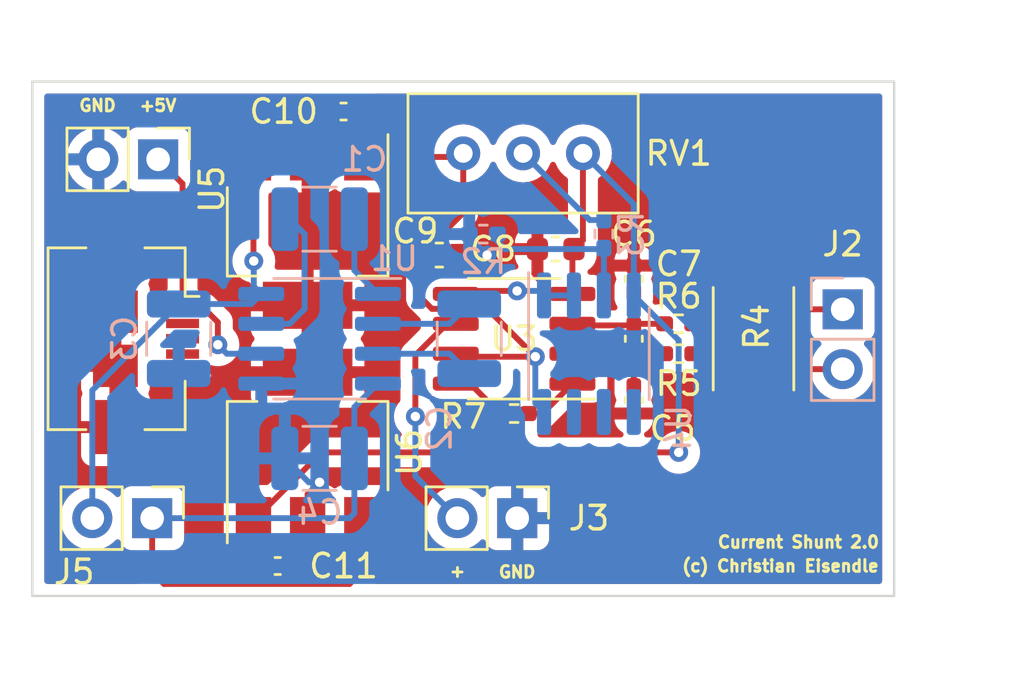
<source format=kicad_pcb>
(kicad_pcb (version 20211014) (generator pcbnew)
  (title_block (title "Current Measurement") (date "2022-12-15") (rev "2.0") (company "Christian Eisendle"))
  (layers (0 "F.Cu" signal) (31 "B.Cu" signal) (34 "B.Paste" user) (35 "F.Paste" user) (36 "B.SilkS" user "B.Silkscreen") (37 "F.SilkS" user "F.Silkscreen") (38 "B.Mask" user) (39 "F.Mask" user) (44 "Edge.Cuts" user))
  (net 0 "")
  (net 1 "Net-(C1-Pad1)")
  (net 2 "Net-(C1-Pad2)")
  (net 3 "Net-(C2-Pad1)")
  (net 4 "Net-(C2-Pad2)")
  (net 5 "+5V")
  (net 6 "GND")
  (net 7 "Net-(J2-Pad1)")
  (net 8 "Net-(J2-Pad2)")
  (net 9 "Net-(J3-Pad2)")
  (net 10 "Net-(R2-Pad2)")
  (net 11 "+10V")
  (net 12 "-10V")
  (net 16 "Net-(R3-Pad2)")
  (net 17 "Net-(C3-Pad1)")
  (net 18 "Net-(U1-Pad4)")
  (net 19 "Net-(C5-Pad2)")
  (net 20 "Net-(C6-Pad1)")
  (net 21 "Net-(R7-Pad1)")
  (net 22 "Net-(R7-Pad2)")
  (net 23 "Net-(U3-Pad5)")
  (footprint "Resistor_SMD:R_0402_1005Metric_Pad0.72x0.64mm_HandSolder" (layer "F.Cu") (at 120.65 71.755)
    (fp_text reference "R5" (at 0 1.27) (layer "F.SilkS"))
    (fp_text value "4k02")
    (fp_line (start -0.167621 0.38) (end 0.167621 0.38) (layer "F.SilkS") (width 0.12))
    (fp_line (start -0.167621 -0.38) (end 0.167621 -0.38) (layer "F.SilkS") (width 0.12))
    (pad "1" smd roundrect locked (at -0.5975 0) (size 0.715 0.64) (layers "F.Cu" "F.Paste" "F.Mask") (net 19 "Net-(C5-Pad2)"))
    (pad "2" smd roundrect locked (at 0.5975 0) (size 0.715 0.64) (layers "F.Cu" "F.Paste" "F.Mask") (net 8 "Net-(J2-Pad2)"))
  )
  (footprint "Capacitor_SMD:C_0402_1005Metric_Pad0.74x0.62mm_HandSolder" (layer "F.Cu") (at 118.745 68.58 90)
    (fp_text reference "C6" (at 1.905 0) (layer "F.SilkS"))
    (fp_text value "1n")
    (fp_line (start -0.115835 -0.36) (end 0.115835 -0.36) (layer "F.SilkS") (width 0.12))
    (fp_line (start -0.115835 0.36) (end 0.115835 0.36) (layer "F.SilkS") (width 0.12))
    (pad "1" smd roundrect locked (at -0.5675 0 90) (size 0.735 0.62) (layers "F.Cu" "F.Paste" "F.Mask") (net 20 "Net-(C6-Pad1)"))
    (pad "2" smd roundrect locked (at 0.5675 0 90) (size 0.735 0.62) (layers "F.Cu" "F.Paste" "F.Mask") (net 6 "GND"))
  )
  (footprint "Connector_PinHeader_2.54mm:PinHeader_1x02_P2.54mm_Vertical" (layer "F.Cu") (at 113.797 78.74 -90)
    (fp_text reference "J3" (at 0 -3.043) (layer "F.SilkS"))
    (fp_text value "Conn_01x02_Male")
    (fp_line (start -1.33 3.87) (end 1.33 3.87) (layer "F.SilkS") (width 0.12))
    (fp_line (start -1.33 1.27) (end -1.33 3.87) (layer "F.SilkS") (width 0.12))
    (fp_line (start 1.33 1.27) (end 1.33 3.87) (layer "F.SilkS") (width 0.12))
    (fp_line (start -1.33 -1.33) (end 0 -1.33) (layer "F.SilkS") (width 0.12))
    (fp_line (start -1.33 0) (end -1.33 -1.33) (layer "F.SilkS") (width 0.12))
    (fp_line (start -1.33 1.27) (end 1.33 1.27) (layer "F.SilkS") (width 0.12))
    (pad "1" thru_hole rect locked (at 0 0 270) (size 1.7 1.7) (drill 1) (layers *.Cu *.Mask) (net 6 "GND"))
    (pad "2" thru_hole oval locked (at 0 2.54 270) (size 1.7 1.7) (drill 1) (layers *.Cu *.Mask) (net 9 "Net-(J3-Pad2)"))
  )
  (footprint "Capacitor_SMD:C_0402_1005Metric_Pad0.74x0.62mm_HandSolder" (layer "F.Cu") (at 118.745 71.12 90)
    (fp_text reference "C7" (at 3.175 1.905 180) (layer "F.SilkS"))
    (fp_text value "47n")
    (fp_line (start -0.115835 0.36) (end 0.115835 0.36) (layer "F.SilkS") (width 0.12))
    (fp_line (start -0.115835 -0.36) (end 0.115835 -0.36) (layer "F.SilkS") (width 0.12))
    (pad "1" smd roundrect locked (at -0.5675 0 90) (size 0.735 0.62) (layers "F.Cu" "F.Paste" "F.Mask") (net 19 "Net-(C5-Pad2)"))
    (pad "2" smd roundrect locked (at 0.5675 0 90) (size 0.735 0.62) (layers "F.Cu" "F.Paste" "F.Mask") (net 20 "Net-(C6-Pad1)"))
  )
  (footprint "Capacitor_SMD:C_0402_1005Metric_Pad0.74x0.62mm_HandSolder" (layer "F.Cu") (at 103.632 80.772 180)
    (fp_text reference "C11" (at -2.794 0) (layer "F.SilkS"))
    (fp_text value "1u")
    (fp_line (start -0.115835 0.36) (end 0.115835 0.36) (layer "F.SilkS") (width 0.12))
    (fp_line (start -0.115835 -0.36) (end 0.115835 -0.36) (layer "F.SilkS") (width 0.12))
    (pad "1" smd roundrect locked (at -0.5675 0 180) (size 0.735 0.62) (layers "F.Cu" "F.Paste" "F.Mask") (net 6 "GND"))
    (pad "2" smd roundrect locked (at 0.5675 0 180) (size 0.735 0.62) (layers "F.Cu" "F.Paste" "F.Mask") (net 12 "-10V"))
  )
  (footprint "Resistor_SMD:R_0402_1005Metric_Pad0.72x0.64mm_HandSolder" (layer "F.Cu") (at 120.65 70.485)
    (fp_text reference "R6" (at 0 -1.17) (layer "F.SilkS"))
    (fp_text value "4k02")
    (fp_line (start -0.167621 0.38) (end 0.167621 0.38) (layer "F.SilkS") (width 0.12))
    (fp_line (start -0.167621 -0.38) (end 0.167621 -0.38) (layer "F.SilkS") (width 0.12))
    (pad "1" smd roundrect locked (at -0.5975 0) (size 0.715 0.64) (layers "F.Cu" "F.Paste" "F.Mask") (net 20 "Net-(C6-Pad1)"))
    (pad "2" smd roundrect locked (at 0.5975 0) (size 0.715 0.64) (layers "F.Cu" "F.Paste" "F.Mask") (net 7 "Net-(J2-Pad1)"))
  )
  (footprint "Capacitor_SMD:C_0603_1608Metric" (layer "F.Cu") (at 110.49 67.564)
    (fp_text reference "C9" (at -1.016 -1.016 180) (layer "F.SilkS"))
    (fp_text value "100n")
    (fp_line (start -0.14058 -0.51) (end 0.14058 -0.51) (layer "F.SilkS") (width 0.12))
    (fp_line (start -0.14058 0.51) (end 0.14058 0.51) (layer "F.SilkS") (width 0.12))
    (pad "1" smd roundrect locked (at -0.775 0) (size 0.9 0.95) (layers "F.Cu" "F.Paste" "F.Mask") (net 11 "+10V"))
    (pad "2" smd roundrect locked (at 0.775 0) (size 0.9 0.95) (layers "F.Cu" "F.Paste" "F.Mask") (net 6 "GND"))
  )
  (footprint "Package_TO_SOT_SMD:SOT-223-3_TabPin2" (layer "F.Cu") (at 104.902 66.548 -90)
    (fp_text reference "U5" (at -1.778 4.064 90) (layer "F.SilkS"))
    (fp_text value "XC6216D802FR-G")
    (fp_line (start -4.1 -3.41) (end 1.91 -3.41) (layer "F.SilkS") (width 0.12))
    (fp_line (start 1.91 3.41) (end 1.91 2.15) (layer "F.SilkS") (width 0.12))
    (fp_line (start -1.85 3.41) (end 1.91 3.41) (layer "F.SilkS") (width 0.12))
    (fp_line (start 1.91 -3.41) (end 1.91 -2.15) (layer "F.SilkS") (width 0.12))
    (pad "1" smd rect locked (at -3.15 -2.3 270) (size 2 1.5) (layers "F.Cu" "F.Paste" "F.Mask") (net 11 "+10V"))
    (pad "2" smd rect locked (at 3.15 0 270) (size 2 3.8) (layers "F.Cu" "F.Paste" "F.Mask") (net 6 "GND"))
    (pad "2" smd rect locked (at -3.15 0 270) (size 2 1.5) (layers "F.Cu" "F.Paste" "F.Mask") (net 6 "GND"))
    (pad "3" smd rect locked (at -3.15 2.3 270) (size 2 1.5) (layers "F.Cu" "F.Paste" "F.Mask") (net 17 "Net-(C3-Pad1)"))
  )
  (footprint "Connector_USB:USB_Micro-B_Amphenol_10104110_Horizontal" (layer "F.Cu") (at 98.044 71.12 -90)
    (fp_text reference "J4" hide)
    (fp_text value "USB_B_Micro")
    (fp_line (start -3.86 0.05) (end -3.86 -1.66) (layer "F.SilkS") (width 0.12))
    (fp_line (start -3.86 -1.66) (end -1.8 -1.66) (layer "F.SilkS") (width 0.12))
    (fp_line (start 3.86 4.16) (end 3.86 2.55) (layer "F.SilkS") (width 0.12))
    (fp_line (start 3.86 -1.66) (end 1.8 -1.66) (layer "F.SilkS") (width 0.12))
    (fp_line (start -3.86 4.16) (end -3.86 2.55) (layer "F.SilkS") (width 0.12))
    (fp_line (start -1.8 -1.66) (end -1.8 -2.25) (layer "F.SilkS") (width 0.12))
    (fp_line (start 3.86 0.05) (end 3.86 -1.66) (layer "F.SilkS") (width 0.12))
    (fp_line (start -3.86 4.16) (end 3.86 4.16) (layer "F.SilkS") (width 0.12))
    (pad "1" smd rect locked (at -1.3 -1.55 270) (size 0.4 1.4) (layers "F.Cu" "F.Paste" "F.Mask") (net 5 "+5V"))
    (pad "2" smd rect locked (at -0.65 -1.55 270) (size 0.4 1.4) (layers "F.Cu" "F.Paste" "F.Mask"))
    (pad "3" smd rect locked (at 0 -1.55 270) (size 0.4 1.4) (layers "F.Cu" "F.Paste" "F.Mask"))
    (pad "4" smd rect locked (at 0.65 -1.55 270) (size 0.4 1.4) (layers "F.Cu" "F.Paste" "F.Mask"))
    (pad "5" smd rect locked (at 1.3 -1.55 270) (size 0.4 1.4) (layers "F.Cu" "F.Paste" "F.Mask") (net 6 "GND"))
    (pad "6" smd rect locked (at 3.75 1.3 270) (size 2.3 1.9) (layers "F.Cu" "F.Paste" "F.Mask") (net 6 "GND"))
    (pad "6" smd rect locked (at -1.15 1.3 270) (size 1.8 1.9) (layers "F.Cu" "F.Paste" "F.Mask") (net 6 "GND"))
    (pad "6" smd rect locked (at -3.75 1.3 270) (size 2.3 1.9) (layers "F.Cu" "F.Paste" "F.Mask") (net 6 "GND"))
    (pad "6" smd rect locked (at 1.15 1.3 270) (size 1.8 1.9) (layers "F.Cu" "F.Paste" "F.Mask") (net 6 "GND"))
  )
  (footprint "Potentiometer_THT:Potentiometer_Bourns_3386C_Horizontal" (layer "F.Cu") (at 116.586 63.246 -90)
    (fp_text reference "RV1" (at 0 -4.064 180) (layer "F.SilkS"))
    (fp_text value "100k")
    (fp_line (start 2.535 -2.345) (end 2.535 7.425) (layer "F.SilkS") (width 0.12))
    (fp_line (start -2.535 -2.345) (end -2.535 7.425) (layer "F.SilkS") (width 0.12))
    (fp_line (start -2.535 7.425) (end 2.535 7.425) (layer "F.SilkS") (width 0.12))
    (fp_line (start -2.535 -2.345) (end 2.535 -2.345) (layer "F.SilkS") (width 0.12))
    (pad "1" thru_hole circle locked (at 0 0 270) (size 1.44 1.44) (drill 0.8) (layers *.Cu *.Mask) (net 12 "-10V"))
    (pad "2" thru_hole circle locked (at 0 2.54 270) (size 1.44 1.44) (drill 0.8) (layers *.Cu *.Mask) (net 16 "Net-(R3-Pad2)"))
    (pad "3" thru_hole circle locked (at 0 5.08 270) (size 1.44 1.44) (drill 0.8) (layers *.Cu *.Mask) (net 11 "+10V"))
  )
  (footprint "Capacitor_SMD:C_0402_1005Metric_Pad0.74x0.62mm_HandSolder" (layer "F.Cu") (at 106.426 61.468)
    (fp_text reference "C10" (at -2.54 0) (layer "F.SilkS"))
    (fp_text value "1u")
    (fp_line (start -0.115835 0.36) (end 0.115835 0.36) (layer "F.SilkS") (width 0.12))
    (fp_line (start -0.115835 -0.36) (end 0.115835 -0.36) (layer "F.SilkS") (width 0.12))
    (pad "1" smd roundrect locked (at -0.5675 0) (size 0.735 0.62) (layers "F.Cu" "F.Paste" "F.Mask") (net 6 "GND"))
    (pad "2" smd roundrect locked (at 0.5675 0) (size 0.735 0.62) (layers "F.Cu" "F.Paste" "F.Mask") (net 11 "+10V"))
  )
  (footprint "Connector_PinHeader_2.54mm:PinHeader_1x02_P2.54mm_Vertical" (layer "F.Cu") (at 98.303 78.74 -90)
    (fp_text reference "J5" (at 2.286 3.307) (layer "F.SilkS"))
    (fp_text value "DualSupp")
    (fp_line (start -1.33 0) (end -1.33 -1.33) (layer "F.SilkS") (width 0.12))
    (fp_line (start -1.33 1.27) (end -1.33 3.87) (layer "F.SilkS") (width 0.12))
    (fp_line (start 1.33 1.27) (end 1.33 3.87) (layer "F.SilkS") (width 0.12))
    (fp_line (start -1.33 1.27) (end 1.33 1.27) (layer "F.SilkS") (width 0.12))
    (fp_line (start -1.33 3.87) (end 1.33 3.87) (layer "F.SilkS") (width 0.12))
    (fp_line (start -1.33 -1.33) (end 0 -1.33) (layer "F.SilkS") (width 0.12))
    (pad "1" thru_hole rect locked (at 0 0 270) (size 1.7 1.7) (drill 1) (layers *.Cu *.Mask) (net 18 "Net-(U1-Pad4)"))
    (pad "2" thru_hole oval locked (at 0 2.54 270) (size 1.7 1.7) (drill 1) (layers *.Cu *.Mask) (net 17 "Net-(C3-Pad1)"))
  )
  (footprint "Package_TO_SOT_SMD:SOT-223-3_TabPin2" (layer "F.Cu") (at 104.902 75.692 90)
    (fp_text reference "U6" (at -0.254 4.318 90) (layer "F.SilkS"))
    (fp_text value "XC6902N801PR-G")
    (fp_line (start -4.1 -3.41) (end 1.91 -3.41) (layer "F.SilkS") (width 0.12))
    (fp_line (start 1.91 3.41) (end 1.91 2.15) (layer "F.SilkS") (width 0.12))
    (fp_line (start -1.85 3.41) (end 1.91 3.41) (layer "F.SilkS") (width 0.12))
    (fp_line (start 1.91 -3.41) (end 1.91 -2.15) (layer "F.SilkS") (width 0.12))
    (pad "1" smd rect locked (at -3.15 -2.3 90) (size 2 1.5) (layers "F.Cu" "F.Paste" "F.Mask") (net 12 "-10V"))
    (pad "2" smd rect locked (at -3.15 0 90) (size 2 1.5) (layers "F.Cu" "F.Paste" "F.Mask") (net 6 "GND"))
    (pad "2" smd rect locked (at 3.15 0 90) (size 2 3.8) (layers "F.Cu" "F.Paste" "F.Mask") (net 6 "GND"))
    (pad "3" smd rect locked (at -3.15 2.3 90) (size 2 1.5) (layers "F.Cu" "F.Paste" "F.Mask") (net 18 "Net-(U1-Pad4)"))
  )
  (footprint "Capacitor_SMD:C_0603_1608Metric" (layer "F.Cu") (at 115.43 67.31 180)
    (fp_text reference "C8" (at 2.654 0) (layer "F.SilkS"))
    (fp_text value "100n")
    (fp_line (start -0.14058 -0.51) (end 0.14058 -0.51) (layer "F.SilkS") (width 0.12))
    (fp_line (start -0.14058 0.51) (end 0.14058 0.51) (layer "F.SilkS") (width 0.12))
    (pad "1" smd roundrect locked (at -0.775 0 180) (size 0.9 0.95) (layers "F.Cu" "F.Paste" "F.Mask") (net 12 "-10V"))
    (pad "2" smd roundrect locked (at 0.775 0 180) (size 0.9 0.95) (layers "F.Cu" "F.Paste" "F.Mask") (net 6 "GND"))
  )
  (footprint "Resistor_SMD:R_0402_1005Metric_Pad0.72x0.64mm_HandSolder" (layer "F.Cu") (at 113.665 74.295 180)
    (fp_text reference "R7" (at 2.159 -0.127) (layer "F.SilkS"))
    (fp_text value "845")
    (fp_line (start -0.167621 0.38) (end 0.167621 0.38) (layer "F.SilkS") (width 0.12))
    (fp_line (start -0.167621 -0.38) (end 0.167621 -0.38) (layer "F.SilkS") (width 0.12))
    (pad "1" smd roundrect locked (at -0.5975 0 180) (size 0.715 0.64) (layers "F.Cu" "F.Paste" "F.Mask") (net 21 "Net-(R7-Pad1)"))
    (pad "2" smd roundrect locked (at 0.5975 0 180) (size 0.715 0.64) (layers "F.Cu" "F.Paste" "F.Mask") (net 22 "Net-(R7-Pad2)"))
  )
  (footprint "Resistor_SMD:R_2512_6332Metric" (layer "F.Cu") (at 123.825 71.12 90)
    (fp_text reference "R4" (at 0.508 0.127 90) (layer "F.SilkS"))
    (fp_text value "0R1")
    (fp_line (start -2.177064 -1.71) (end 2.177064 -1.71) (layer "F.SilkS") (width 0.12))
    (fp_line (start -2.177064 1.71) (end 2.177064 1.71) (layer "F.SilkS") (width 0.12))
    (pad "1" smd roundrect locked (at -2.9625 0 90) (size 1.225 3.35) (layers "F.Cu" "F.Paste" "F.Mask") (roundrect_rratio 0.2040816327) (net 8 "Net-(J2-Pad2)"))
    (pad "2" smd roundrect locked (at 2.9625 0 90) (size 1.225 3.35) (layers "F.Cu" "F.Paste" "F.Mask") (roundrect_rratio 0.2040816327) (net 7 "Net-(J2-Pad1)"))
  )
  (footprint "Capacitor_SMD:C_0402_1005Metric_Pad0.74x0.62mm_HandSolder" (layer "F.Cu") (at 118.745 73.7275 90)
    (fp_text reference "C5" (at -1.2025 1.651 180) (layer "F.SilkS"))
    (fp_text value "1n")
    (fp_line (start -0.115835 0.36) (end 0.115835 0.36) (layer "F.SilkS") (width 0.12))
    (fp_line (start -0.115835 -0.36) (end 0.115835 -0.36) (layer "F.SilkS") (width 0.12))
    (pad "1" smd roundrect locked (at -0.5675 0 90) (size 0.735 0.62) (layers "F.Cu" "F.Paste" "F.Mask") (net 6 "GND"))
    (pad "2" smd roundrect locked (at 0.5675 0 90) (size 0.735 0.62) (layers "F.Cu" "F.Paste" "F.Mask") (net 19 "Net-(C5-Pad2)"))
  )
  (footprint "Package_SO:SOIC-8_3.9x4.9mm_P1.27mm" (layer "F.Cu") (at 113.665 71.12 180)
    (fp_text reference "U3" (at 0 0) (layer "F.SilkS"))
    (fp_text value "AD620")
    (fp_line (start 0 2.56) (end 1.95 2.56) (layer "F.SilkS") (width 0.12))
    (fp_line (start 0 -2.56) (end 1.95 -2.56) (layer "F.SilkS") (width 0.12))
    (fp_line (start 0 2.56) (end -1.95 2.56) (layer "F.SilkS") (width 0.12))
    (fp_line (start 0 -2.56) (end -3.45 -2.56) (layer "F.SilkS") (width 0.12))
    (pad "1" smd roundrect locked (at -2.475 -1.905 180) (size 1.95 0.6) (layers "F.Cu" "F.Paste" "F.Mask") (net 21 "Net-(R7-Pad1)"))
    (pad "2" smd roundrect locked (at -2.475 -0.635 180) (size 1.95 0.6) (layers "F.Cu" "F.Paste" "F.Mask") (net 19 "Net-(C5-Pad2)"))
    (pad "3" smd roundrect locked (at -2.475 0.635 180) (size 1.95 0.6) (layers "F.Cu" "F.Paste" "F.Mask") (net 20 "Net-(C6-Pad1)"))
    (pad "4" smd roundrect locked (at -2.475 1.905 180) (size 1.95 0.6) (layers "F.Cu" "F.Paste" "F.Mask") (net 12 "-10V"))
    (pad "5" smd roundrect locked (at 2.475 1.905 180) (size 1.95 0.6) (layers "F.Cu" "F.Paste" "F.Mask") (net 23 "Net-(U3-Pad5)"))
    (pad "6" smd roundrect locked (at 2.475 0.635 180) (size 1.95 0.6) (layers "F.Cu" "F.Paste" "F.Mask") (net 9 "Net-(J3-Pad2)"))
    (pad "7" smd roundrect locked (at 2.475 -0.635 180) (size 1.95 0.6) (layers "F.Cu" "F.Paste" "F.Mask") (net 11 "+10V"))
    (pad "8" smd roundrect locked (at 2.475 -1.905 180) (size 1.95 0.6) (layers "F.Cu" "F.Paste" "F.Mask") (net 22 "Net-(R7-Pad2)"))
  )
  (footprint "Connector_PinHeader_2.54mm:PinHeader_1x02_P2.54mm_Vertical" (layer "F.Cu") (at 98.557 63.5 -90)
    (fp_text reference "J1" hide)
    (fp_text value "Conn_01x02_Male")
    (fp_line (start -1.33 0) (end -1.33 -1.33) (layer "F.SilkS") (width 0.12))
    (fp_line (start -1.33 1.27) (end 1.33 1.27) (layer "F.SilkS") (width 0.12))
    (fp_line (start -1.33 1.27) (end -1.33 3.87) (layer "F.SilkS") (width 0.12))
    (fp_line (start -1.33 3.87) (end 1.33 3.87) (layer "F.SilkS") (width 0.12))
    (fp_line (start -1.33 -1.33) (end 0 -1.33) (layer "F.SilkS") (width 0.12))
    (fp_line (start 1.33 1.27) (end 1.33 3.87) (layer "F.SilkS") (width 0.12))
    (pad "1" thru_hole rect locked (at 0 0 270) (size 1.7 1.7) (drill 1) (layers *.Cu *.Mask) (net 5 "+5V"))
    (pad "2" thru_hole oval locked (at 0 2.54 270) (size 1.7 1.7) (drill 1) (layers *.Cu *.Mask) (net 6 "GND"))
  )
  (footprint "Capacitor_SMD:C_1210_3225Metric" (layer "B.Cu") (at 105.41 76.2)
    (fp_text reference "C4" (at 0 2.3) (layer "B.SilkS") (effects (justify mirror)))
    (fp_text value "4u7")
    (fp_line (start -0.711252 -1.36) (end 0.711252 -1.36) (layer "B.SilkS") (width 0.12))
    (fp_line (start -0.711252 1.36) (end 0.711252 1.36) (layer "B.SilkS") (width 0.12))
    (pad "1" smd roundrect locked (at -1.475 0) (size 1.15 2.7) (layers "B.Cu" "B.Paste" "B.Mask") (roundrect_rratio 0.2173913043) (net 6 "GND"))
    (pad "2" smd roundrect locked (at 1.475 0) (size 1.15 2.7) (layers "B.Cu" "B.Paste" "B.Mask") (roundrect_rratio 0.2173913043) (net 18 "Net-(U1-Pad4)"))
  )
  (footprint "Package_SO:SOIC-8_3.9x4.9mm_P1.27mm" (layer "B.Cu") (at 116.84 71.755 -90)
    (fp_text reference "U4" (at 3.175 -3.81 90) (layer "B.SilkS") (effects (justify mirror)))
    (fp_text value "OPA2277")
    (fp_line (start 0 2.56) (end -3.45 2.56) (layer "B.SilkS") (width 0.12))
    (fp_line (start 0 -2.56) (end 1.95 -2.56) (layer "B.SilkS") (width 0.12))
    (fp_line (start 0 -2.56) (end -1.95 -2.56) (layer "B.SilkS") (width 0.12))
    (fp_line (start 0 2.56) (end 1.95 2.56) (layer "B.SilkS") (width 0.12))
    (pad "1" smd roundrect locked (at -2.475 1.905 270) (size 1.95 0.6) (layers "B.Cu" "B.Paste" "B.Mask") (net 23 "Net-(U3-Pad5)"))
    (pad "2" smd roundrect locked (at -2.475 0.635 270) (size 1.95 0.6) (layers "B.Cu" "B.Paste" "B.Mask") (net 23 "Net-(U3-Pad5)"))
    (pad "3" smd roundrect locked (at -2.475 -0.635 270) (size 1.95 0.6) (layers "B.Cu" "B.Paste" "B.Mask") (net 10 "Net-(R2-Pad2)"))
    (pad "4" smd roundrect locked (at -2.475 -1.905 270) (size 1.95 0.6) (layers "B.Cu" "B.Paste" "B.Mask") (net 12 "-10V"))
    (pad "5" smd roundrect locked (at 2.475 -1.905 270) (size 1.95 0.6) (layers "B.Cu" "B.Paste" "B.Mask"))
    (pad "6" smd roundrect locked (at 2.475 -0.635 270) (size 1.95 0.6) (layers "B.Cu" "B.Paste" "B.Mask"))
    (pad "7" smd roundrect locked (at 2.475 0.635 270) (size 1.95 0.6) (layers "B.Cu" "B.Paste" "B.Mask"))
    (pad "8" smd roundrect locked (at 2.475 1.905 270) (size 1.95 0.6) (layers "B.Cu" "B.Paste" "B.Mask") (net 11 "+10V"))
  )
  (footprint "Package_SO:SOIC-8_3.9x4.9mm_P1.27mm" (layer "B.Cu") (at 105.41 71.12 180)
    (fp_text reference "U1" (at -3.175 3.4) (layer "B.SilkS") (effects (justify mirror)))
    (fp_text value "MAX680CSA+T")
    (fp_line (start 0 2.56) (end 1.95 2.56) (layer "B.SilkS") (width 0.12))
    (fp_line (start 0 2.56) (end -3.45 2.56) (layer "B.SilkS") (width 0.12))
    (fp_line (start 0 -2.56) (end -1.95 -2.56) (layer "B.SilkS") (width 0.12))
    (fp_line (start 0 -2.56) (end 1.95 -2.56) (layer "B.SilkS") (width 0.12))
    (pad "1" smd roundrect locked (at -2.475 1.905 180) (size 1.95 0.6) (layers "B.Cu" "B.Paste" "B.Mask") (net 2 "Net-(C1-Pad2)"))
    (pad "2" smd roundrect locked (at -2.475 0.635 180) (size 1.95 0.6) (layers "B.Cu" "B.Paste" "B.Mask") (net 3 "Net-(C2-Pad1)"))
    (pad "3" smd roundrect locked (at -2.475 -0.635 180) (size 1.95 0.6) (layers "B.Cu" "B.Paste" "B.Mask") (net 4 "Net-(C2-Pad2)"))
    (pad "4" smd roundrect locked (at -2.475 -1.905 180) (size 1.95 0.6) (layers "B.Cu" "B.Paste" "B.Mask") (net 18 "Net-(U1-Pad4)"))
    (pad "5" smd roundrect locked (at 2.475 -1.905 180) (size 1.95 0.6) (layers "B.Cu" "B.Paste" "B.Mask") (net 6 "GND"))
    (pad "6" smd roundrect locked (at 2.475 -0.635 180) (size 1.95 0.6) (layers "B.Cu" "B.Paste" "B.Mask") (net 5 "+5V"))
    (pad "7" smd roundrect locked (at 2.475 0.635 180) (size 1.95 0.6) (layers "B.Cu" "B.Paste" "B.Mask") (net 1 "Net-(C1-Pad1)"))
    (pad "8" smd roundrect locked (at 2.475 1.905 180) (size 1.95 0.6) (layers "B.Cu" "B.Paste" "B.Mask") (net 17 "Net-(C3-Pad1)"))
  )
  (footprint "Connector_PinSocket_2.54mm:PinSocket_1x02_P2.54mm_Vertical" (layer "B.Cu") (at 127.61 69.87 180)
    (fp_text reference "J2" (at 0 2.77) (layer "F.SilkS"))
    (fp_text value "Conn_01x02_Female")
    (fp_line (start 1.33 1.33) (end 1.33 0) (layer "B.SilkS") (width 0.12))
    (fp_line (start -1.33 -1.27) (end 1.33 -1.27) (layer "B.SilkS") (width 0.12))
    (fp_line (start 0 1.33) (end 1.33 1.33) (layer "B.SilkS") (width 0.12))
    (fp_line (start -1.33 -1.27) (end -1.33 -3.87) (layer "B.SilkS") (width 0.12))
    (fp_line (start 1.33 -1.27) (end 1.33 -3.87) (layer "B.SilkS") (width 0.12))
    (fp_line (start -1.33 -3.87) (end 1.33 -3.87) (layer "B.SilkS") (width 0.12))
    (pad "1" thru_hole rect locked (at 0 0 180) (size 1.7 1.7) (drill 1) (layers *.Cu *.Mask) (net 7 "Net-(J2-Pad1)"))
    (pad "2" thru_hole oval locked (at 0 -2.54 180) (size 1.7 1.7) (drill 1) (layers *.Cu *.Mask) (net 8 "Net-(J2-Pad2)"))
  )
  (footprint "Capacitor_SMD:C_1210_3225Metric" (layer "B.Cu") (at 99.43 71.12 -90)
    (fp_text reference "C3" (at 0 2.3 90) (layer "B.SilkS") (effects (justify mirror)))
    (fp_text value "4u7")
    (fp_line (start -0.711252 -1.36) (end 0.711252 -1.36) (layer "B.SilkS") (width 0.12))
    (fp_line (start -0.711252 1.36) (end 0.711252 1.36) (layer "B.SilkS") (width 0.12))
    (pad "1" smd roundrect locked (at -1.475 0 270) (size 1.15 2.7) (layers "B.Cu" "B.Paste" "B.Mask") (roundrect_rratio 0.2173913043) (net 17 "Net-(C3-Pad1)"))
    (pad "2" smd roundrect locked (at 1.475 0 270) (size 1.15 2.7) (layers "B.Cu" "B.Paste" "B.Mask") (roundrect_rratio 0.2173913043) (net 6 "GND"))
  )
  (footprint "Resistor_SMD:R_0402_1005Metric_Pad0.72x0.64mm_HandSolder" (layer "B.Cu") (at 117.475 66.675 90)
    (fp_text reference "R3" (at 0 1.17 90) (layer "B.SilkS") (effects (justify mirror)))
    (fp_text value "499k")
    (fp_line (start -0.167621 -0.38) (end 0.167621 -0.38) (layer "B.SilkS") (width 0.12))
    (fp_line (start -0.167621 0.38) (end 0.167621 0.38) (layer "B.SilkS") (width 0.12))
    (pad "1" smd roundrect locked (at -0.5975 0 90) (size 0.715 0.64) (layers "B.Cu" "B.Paste" "B.Mask") (net 10 "Net-(R2-Pad2)"))
    (pad "2" smd roundrect locked (at 0.5975 0 90) (size 0.715 0.64) (layers "B.Cu" "B.Paste" "B.Mask") (net 16 "Net-(R3-Pad2)"))
  )
  (footprint "Capacitor_SMD:C_1210_3225Metric" (layer "B.Cu") (at 105.41 66.04)
    (fp_text reference "C1" (at 1.905 -2.54) (layer "B.SilkS") (effects (justify mirror)))
    (fp_text value "4u7")
    (fp_line (start -0.711252 -1.36) (end 0.711252 -1.36) (layer "B.SilkS") (width 0.12))
    (fp_line (start -0.711252 1.36) (end 0.711252 1.36) (layer "B.SilkS") (width 0.12))
    (pad "1" smd roundrect locked (at -1.475 0) (size 1.15 2.7) (layers "B.Cu" "B.Paste" "B.Mask") (roundrect_rratio 0.2173913043) (net 1 "Net-(C1-Pad1)"))
    (pad "2" smd roundrect locked (at 1.475 0) (size 1.15 2.7) (layers "B.Cu" "B.Paste" "B.Mask") (roundrect_rratio 0.2173913043) (net 2 "Net-(C1-Pad2)"))
  )
  (footprint "Capacitor_SMD:C_1210_3225Metric" (layer "B.Cu") (at 111.76 71.12 -90)
    (fp_text reference "C2" (at 3.81 1.27 90) (layer "B.SilkS") (effects (justify mirror)))
    (fp_text value "4u7")
    (fp_line (start -0.711252 1.36) (end 0.711252 1.36) (layer "B.SilkS") (width 0.12))
    (fp_line (start -0.711252 -1.36) (end 0.711252 -1.36) (layer "B.SilkS") (width 0.12))
    (pad "1" smd roundrect locked (at -1.475 0 270) (size 1.15 2.7) (layers "B.Cu" "B.Paste" "B.Mask") (roundrect_rratio 0.2173913043) (net 3 "Net-(C2-Pad1)"))
    (pad "2" smd roundrect locked (at 1.475 0 270) (size 1.15 2.7) (layers "B.Cu" "B.Paste" "B.Mask") (roundrect_rratio 0.2173913043) (net 4 "Net-(C2-Pad2)"))
  )
  (footprint "Resistor_SMD:R_0402_1005Metric_Pad0.72x0.64mm_HandSolder" (layer "B.Cu") (at 112.3575 66.675)
    (fp_text reference "R2" (at 0 1.17) (layer "B.SilkS") (effects (justify mirror)))
    (fp_text value "10")
    (fp_line (start -0.167621 -0.38) (end 0.167621 -0.38) (layer "B.SilkS") (width 0.12))
    (fp_line (start -0.167621 0.38) (end 0.167621 0.38) (layer "B.SilkS") (width 0.12))
    (pad "1" smd roundrect locked (at -0.5975 0) (size 0.715 0.64) (layers "B.Cu" "B.Paste" "B.Mask") (net 6 "GND"))
    (pad "2" smd roundrect locked (at 0.5975 0) (size 0.715 0.64) (layers "B.Cu" "B.Paste" "B.Mask") (net 10 "Net-(R2-Pad2)"))
  )
  (gr_line (start 129.794 60.198) (end 129.794 82.042) (layer "Edge.Cuts") (width 0.1))
  (gr_line (start 129.794 82.042) (end 93.218 82.042) (layer "Edge.Cuts") (width 0.1))
  (gr_line (start 93.218 60.198) (end 129.794 60.198) (layer "Edge.Cuts") (width 0.1))
  (gr_line (start 93.218 82.042) (end 93.218 60.198) (layer "Edge.Cuts") (width 0.1))
  (gr_text "GND" (at 113.792 81.026) (layer "F.SilkS") (effects (font (size 0.5 0.5) (thickness 0.125))))
  (gr_text "Current Shunt 2.0" (at 125.73 79.756) (layer "F.SilkS") (effects (font (size 0.5 0.5) (thickness 0.125))))
  (gr_text "+" (at 111.227 81.026 90) (layer "F.SilkS") (effects (font (size 0.5 0.5) (thickness 0.125))))
  (gr_text "(c) Christian Eisendle" (at 124.968 80.772) (layer "F.SilkS") (effects (font (size 0.5 0.5) (thickness 0.125))))
  (gr_text "GND" (at 95.987 61.214) (layer "F.SilkS") (effects (font (size 0.5 0.5) (thickness 0.125))))
  (gr_text "+5V" (at 98.552 61.214) (layer "F.SilkS") (effects (font (size 0.5 0.5) (thickness 0.125))))
  (segment (start 103.935 66.04) (end 104.14 66.04) (width 0.25) (layer "B.Cu") (net 1))
  (segment (start 104.775 66.675) (end 104.775 69.85) (width 0.25) (layer "B.Cu") (net 1))
  (segment (start 104.14 66.04) (end 104.775 66.675) (width 0.25) (layer "B.Cu") (net 1))
  (segment (start 104.775 69.85) (end 104.14 70.485) (width 0.25) (layer "B.Cu") (net 1))
  (segment (start 104.14 70.485) (end 102.935 70.485) (width 0.25) (layer "B.Cu") (net 1))
  (segment (start 107.885 69.215) (end 106.885 68.215) (width 0.25) (layer "B.Cu") (net 2))
  (segment (start 106.885 68.215) (end 106.885 66.04) (width 0.25) (layer "B.Cu") (net 2))
  (segment (start 107.885 70.485) (end 110.92 70.485) (width 0.25) (layer "B.Cu") (net 3))
  (segment (start 110.92 70.485) (end 111.76 69.645) (width 0.25) (layer "B.Cu") (net 3))
  (segment (start 110.92 71.755) (end 111.76 72.595) (width 0.25) (layer "B.Cu") (net 4))
  (segment (start 107.885 71.755) (end 110.92 71.755) (width 0.25) (layer "B.Cu") (net 4))
  (segment (start 101.092 71.374) (end 101.092 70.418978) (width 0.25) (layer "F.Cu") (net 5))
  (segment (start 99.594 69.82) (end 99.594 64.537) (width 0.25) (layer "F.Cu") (net 5))
  (segment (start 100.493022 69.82) (end 99.594 69.82) (width 0.25) (layer "F.Cu") (net 5))
  (segment (start 99.594 64.537) (end 98.557 63.5) (width 0.25) (layer "F.Cu") (net 5))
  (segment (start 101.092 70.418978) (end 100.493022 69.82) (width 0.25) (layer "F.Cu") (net 5))
  (via (at 101.092 71.374) (size 0.8) (drill 0.4) (layers "F.Cu" "B.Cu") (net 5))
  (segment (start 102.935 71.755) (end 101.473 71.755) (width 0.25) (layer "B.Cu") (net 5))
  (segment (start 101.473 71.755) (end 101.092 71.374) (width 0.25) (layer "B.Cu") (net 5))
  (segment (start 111.269299 67.568299) (end 111.265 67.564) (width 0.25) (layer "F.Cu") (net 6))
  (segment (start 104.902 78.842) (end 104.902 77.724) (width 0.25) (layer "F.Cu") (net 6))
  (segment (start 104.902 80.0695) (end 104.1995 80.772) (width 0.25) (layer "F.Cu") (net 6))
  (segment (start 104.902 78.842) (end 104.902 80.0695) (width 0.25) (layer "F.Cu") (net 6))
  (segment (start 104.902 77.724) (end 105.41 77.216) (width 0.25) (layer "F.Cu") (net 6))
  (segment (start 114.655 67.31) (end 112.776 67.31) (width 0.25) (layer "F.Cu") (net 6))
  (segment (start 112.776 67.31) (end 112.517701 67.568299) (width 0.25) (layer "F.Cu") (net 6))
  (segment (start 112.517701 67.568299) (end 111.269299 67.568299) (width 0.25) (layer "F.Cu") (net 6))
  (via (at 112.517701 67.568299) (size 0.8) (drill 0.4) (layers "F.Cu" "B.Cu") (net 6))
  (via (at 105.41 77.216) (size 0.8) (drill 0.4) (layers "F.Cu" "B.Cu") (net 6))
  (segment (start 105.41 77.216) (end 104.951 77.216) (width 0.25) (layer "B.Cu") (net 6))
  (segment (start 111.76 66.675) (end 111.76 66.810598) (width 0.25) (layer "B.Cu") (net 6))
  (segment (start 111.76 66.810598) (end 112.517701 67.568299) (width 0.25) (layer "B.Cu") (net 6))
  (segment (start 104.951 77.216) (end 103.935 76.2) (width 0.25) (layer "B.Cu") (net 6))
  (segment (start 121.4975 70.485) (end 123.825 68.1575) (width 0.25) (layer "F.Cu") (net 7))
  (segment (start 125.5375 69.87) (end 123.825 68.1575) (width 0.25) (layer "F.Cu") (net 7))
  (segment (start 127.61 69.87) (end 125.5375 69.87) (width 0.25) (layer "F.Cu") (net 7))
  (segment (start 121.2475 70.485) (end 121.4975 70.485) (width 0.25) (layer "F.Cu") (net 7))
  (segment (start 127.61 72.41) (end 125.4975 72.41) (width 0.25) (layer "F.Cu") (net 8))
  (segment (start 125.4975 72.41) (end 123.825 74.0825) (width 0.25) (layer "F.Cu") (net 8))
  (segment (start 123.575 74.0825) (end 123.825 74.0825) (width 0.25) (layer "F.Cu") (net 8))
  (segment (start 121.2475 71.755) (end 123.575 74.0825) (width 0.25) (layer "F.Cu") (net 8))
  (segment (start 123.825 74.0825) (end 123.3585 74.0825) (width 0.25) (layer "F.Cu") (net 8))
  (segment (start 111.19 70.485) (end 110.813928 70.485) (width 0.25) (layer "F.Cu") (net 9))
  (segment (start 109.474 71.824928) (end 110.813928 70.485) (width 0.25) (layer "F.Cu") (net 9))
  (segment (start 109.474 74.422) (end 109.474 71.824928) (width 0.25) (layer "F.Cu") (net 9))
  (via (at 109.474 74.422) (size 0.8) (drill 0.4) (layers "F.Cu" "B.Cu") (net 9))
  (segment (start 111.257 78.74) (end 109.474 76.957) (width 0.25) (layer "B.Cu") (net 9))
  (segment (start 109.474 76.957) (end 109.474 74.422) (width 0.25) (layer "B.Cu") (net 9))
  (segment (start 113.284 67.31) (end 117.4375 67.31) (width 0.25) (layer "B.Cu") (net 10))
  (segment (start 117.4375 67.31) (end 117.475 67.2725) (width 0.25) (layer "B.Cu") (net 10))
  (segment (start 112.955 66.981) (end 113.284 67.31) (width 0.25) (layer "B.Cu") (net 10))
  (segment (start 117.475 67.2725) (end 117.475 69.28) (width 0.25) (layer "B.Cu") (net 10))
  (segment (start 112.955 66.675) (end 112.955 66.981) (width 0.25) (layer "B.Cu") (net 10))
  (segment (start 111.354 63.398) (end 111.506 63.246) (width 0.25) (layer "F.Cu") (net 11))
  (segment (start 112.5335 69.85) (end 114.5655 71.882) (width 0.25) (layer "F.Cu") (net 11))
  (segment (start 109.715 67.564) (end 109.715 69.386072) (width 0.25) (layer "F.Cu") (net 11))
  (segment (start 109.715 69.386072) (end 110.178928 69.85) (width 0.25) (layer "F.Cu") (net 11))
  (segment (start 106.9935 63.1895) (end 107.202 63.398) (width 0.25) (layer "F.Cu") (net 11))
  (segment (start 111.506 63.246) (end 111.506 65.773) (width 0.25) (layer "F.Cu") (net 11))
  (segment (start 111.317 71.882) (end 114.5655 71.882) (width 0.25) (layer "F.Cu") (net 11))
  (segment (start 110.178928 69.85) (end 112.5335 69.85) (width 0.25) (layer "F.Cu") (net 11))
  (segment (start 106.9935 61.468) (end 106.9935 63.1895) (width 0.25) (layer "F.Cu") (net 11))
  (segment (start 107.202 63.398) (end 111.354 63.398) (width 0.25) (layer "F.Cu") (net 11))
  (segment (start 111.506 65.773) (end 109.715 67.564) (width 0.25) (layer "F.Cu") (net 11))
  (segment (start 111.19 71.755) (end 111.317 71.882) (width 0.25) (layer "F.Cu") (net 11))
  (via (at 114.5655 71.882) (size 0.8) (drill 0.4) (layers "F.Cu" "B.Cu") (net 11))
  (segment (start 114.5655 73.8605) (end 114.935 74.23) (width 0.25) (layer "B.Cu") (net 11))
  (segment (start 114.5655 71.882) (end 114.5655 73.8605) (width 0.25) (layer "B.Cu") (net 11))
  (segment (start 102.602 80.3095) (end 103.0645 80.772) (width 0.25) (layer "F.Cu") (net 12))
  (segment (start 116.14 69.215) (end 116.14 67.375) (width 0.25) (layer "F.Cu") (net 12))
  (segment (start 102.602 78.842) (end 105.498 75.946) (width 0.25) (layer "F.Cu") (net 12))
  (segment (start 102.602 78.842) (end 102.602 80.3095) (width 0.25) (layer "F.Cu") (net 12))
  (segment (start 116.586 66.929) (end 116.586 63.246) (width 0.25) (layer "F.Cu") (net 12))
  (segment (start 116.205 67.31) (end 116.586 66.929) (width 0.25) (layer "F.Cu") (net 12))
  (segment (start 105.498 75.946) (end 120.65 75.946) (width 0.25) (layer "F.Cu") (net 12))
  (segment (start 116.14 67.375) (end 116.205 67.31) (width 0.25) (layer "F.Cu") (net 12))
  (via (at 120.65 75.946) (size 0.8) (drill 0.4) (layers "F.Cu" "B.Cu") (net 12))
  (segment (start 120.65 71.185) (end 118.745 69.28) (width 0.25) (layer "B.Cu") (net 12))
  (segment (start 120.65 75.946) (end 120.65 71.185) (width 0.25) (layer "B.Cu") (net 12))
  (segment (start 118.745 65.405) (end 116.586 63.246) (width 0.25) (layer "B.Cu") (net 12))
  (segment (start 118.745 69.28) (end 118.745 65.405) (width 0.25) (layer "B.Cu") (net 12))
  (segment (start 114.046 63.246) (end 116.8775 66.0775) (width 0.25) (layer "B.Cu") (net 16))
  (segment (start 116.8775 66.0775) (end 117.475 66.0775) (width 0.25) (layer "B.Cu") (net 16))
  (segment (start 102.602 63.398) (end 102.602 67.804) (width 0.25) (layer "F.Cu") (net 17))
  (segment (start 102.602 67.804) (end 102.616 67.818) (width 0.25) (layer "F.Cu") (net 17))
  (via (at 102.616 67.818) (size 0.8) (drill 0.4) (layers "F.Cu" "B.Cu") (net 17))
  (segment (start 102.616 68.896) (end 102.935 69.215) (width 0.25) (layer "B.Cu") (net 17))
  (segment (start 99.43 69.645) (end 102.505 69.645) (width 0.25) (layer "B.Cu") (net 17))
  (segment (start 95.763 78.74) (end 95.763 73.312) (width 0.25) (layer "B.Cu") (net 17))
  (segment (start 102.505 69.645) (end 102.935 69.215) (width 0.25) (layer "B.Cu") (net 17))
  (segment (start 95.763 73.312) (end 99.43 69.645) (width 0.25) (layer "B.Cu") (net 17))
  (segment (start 102.616 67.818) (end 102.616 68.896) (width 0.25) (layer "B.Cu") (net 17))
  (segment (start 98.303 81.031) (end 98.806 81.534) (width 0.25) (layer "F.Cu") (net 18))
  (segment (start 98.303 78.74) (end 98.303 81.031) (width 0.25) (layer "F.Cu") (net 18))
  (segment (start 98.806 81.534) (end 106.68 81.534) (width 0.25) (layer "F.Cu") (net 18))
  (segment (start 107.202 81.012) (end 107.202 78.842) (width 0.25) (layer "F.Cu") (net 18))
  (segment (start 106.68 81.534) (end 107.202 81.012) (width 0.25) (layer "F.Cu") (net 18))
  (segment (start 106.68 78.74) (end 98.303 78.74) (width 0.25) (layer "B.Cu") (net 18))
  (segment (start 106.885 76.2) (end 106.885 78.535) (width 0.25) (layer "B.Cu") (net 18))
  (segment (start 106.885 74.025) (end 107.885 73.025) (width 0.25) (layer "B.Cu") (net 18))
  (segment (start 106.885 76.2) (end 106.885 74.025) (width 0.25) (layer "B.Cu") (net 18))
  (segment (start 106.885 78.535) (end 106.68 78.74) (width 0.25) (layer "B.Cu") (net 18))
  (segment (start 118.745 71.6875) (end 116.2075 71.6875) (width 0.25) (layer "F.Cu") (net 19))
  (segment (start 120.0525 71.755) (end 118.8125 71.755) (width 0.25) (layer "F.Cu") (net 19))
  (segment (start 118.745 71.6875) (end 118.745 73.16) (width 0.25) (layer "F.Cu") (net 19))
  (segment (start 118.8125 71.755) (end 118.745 71.6875) (width 0.25) (layer "F.Cu") (net 19))
  (segment (start 116.2075 71.6875) (end 116.14 71.755) (width 0.25) (layer "F.Cu") (net 19))
  (segment (start 118.745 70.5525) (end 118.745 69.1475) (width 0.25) (layer "F.Cu") (net 20))
  (segment (start 118.8125 70.485) (end 118.745 70.5525) (width 0.25) (layer "F.Cu") (net 20))
  (segment (start 116.2075 70.5525) (end 116.14 70.485) (width 0.25) (layer "F.Cu") (net 20))
  (segment (start 118.745 70.5525) (end 116.2075 70.5525) (width 0.25) (layer "F.Cu") (net 20))
  (segment (start 120.0525 70.485) (end 118.8125 70.485) (width 0.25) (layer "F.Cu") (net 20))
  (segment (start 114.2625 74.295) (end 114.87 74.295) (width 0.25) (layer "F.Cu") (net 21))
  (segment (start 114.87 74.295) (end 116.14 73.025) (width 0.25) (layer "F.Cu") (net 21))
  (segment (start 111.7975 73.025) (end 113.0675 74.295) (width 0.25) (layer "F.Cu") (net 22))
  (segment (start 111.19 73.025) (end 111.7975 73.025) (width 0.25) (layer "F.Cu") (net 22))
  (segment (start 111.317 69.088) (end 113.792 69.088) (width 0.25) (layer "F.Cu") (net 23))
  (segment (start 111.19 69.215) (end 111.317 69.088) (width 0.25) (layer "F.Cu") (net 23))
  (via (at 113.792 69.088) (size 0.8) (drill 0.4) (layers "F.Cu" "B.Cu") (net 23))
  (segment (start 114.743 69.088) (end 114.935 69.28) (width 0.25) (layer "B.Cu") (net 23))
  (segment (start 116.205 69.28) (end 114.935 69.28) (width 0.25) (layer "B.Cu") (net 23))
  (segment (start 113.792 69.088) (end 114.743 69.088) (width 0.25) (layer "B.Cu") (net 23))
  (zone (net 6) (net_name "GND") (layer "F.Cu") (connect_pads (clearance 0.508)) (min_thickness 0.254) (fill yes (thermal_gap 0.508) (thermal_bridge_width 0.508))
    (polygon (pts (xy 129.794 82.042) (xy 93.218 82.042) (xy 93.218 60.198) (xy 129.794 60.198)))
  )
  (zone (net 6) (net_name "GND") (layer "B.Cu") (connect_pads (clearance 0.508)) (min_thickness 0.254) (fill yes (thermal_gap 0.508) (thermal_bridge_width 0.508))
    (polygon (pts (xy 129.794 82.042) (xy 93.218 82.042) (xy 93.218 60.198) (xy 129.794 60.198)))
  )
)
</source>
